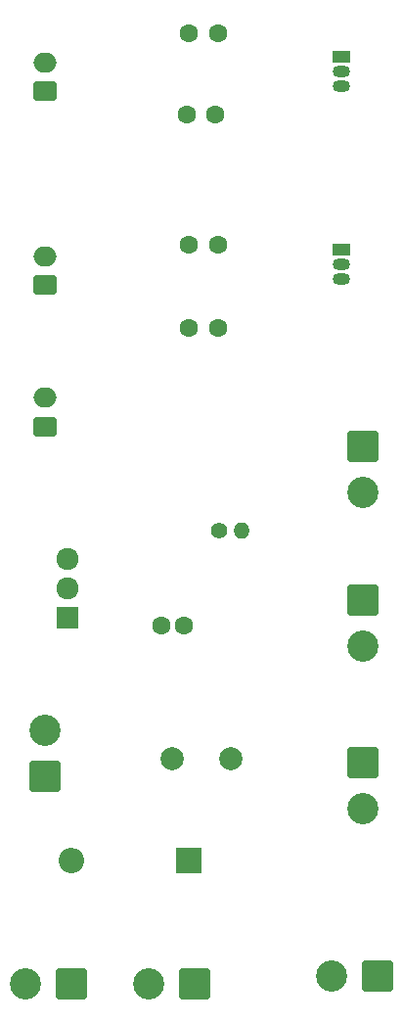
<source format=gbr>
%TF.GenerationSoftware,KiCad,Pcbnew,8.0.8-8.0.8-0~ubuntu24.04.1*%
%TF.CreationDate,2025-01-20T22:43:48-03:00*%
%TF.ProjectId,Power,506f7765-722e-46b6-9963-61645f706362,rev?*%
%TF.SameCoordinates,Original*%
%TF.FileFunction,Soldermask,Top*%
%TF.FilePolarity,Negative*%
%FSLAX46Y46*%
G04 Gerber Fmt 4.6, Leading zero omitted, Abs format (unit mm)*
G04 Created by KiCad (PCBNEW 8.0.8-8.0.8-0~ubuntu24.04.1) date 2025-01-20 22:43:48*
%MOMM*%
%LPD*%
G01*
G04 APERTURE LIST*
G04 Aperture macros list*
%AMRoundRect*
0 Rectangle with rounded corners*
0 $1 Rounding radius*
0 $2 $3 $4 $5 $6 $7 $8 $9 X,Y pos of 4 corners*
0 Add a 4 corners polygon primitive as box body*
4,1,4,$2,$3,$4,$5,$6,$7,$8,$9,$2,$3,0*
0 Add four circle primitives for the rounded corners*
1,1,$1+$1,$2,$3*
1,1,$1+$1,$4,$5*
1,1,$1+$1,$6,$7*
1,1,$1+$1,$8,$9*
0 Add four rect primitives between the rounded corners*
20,1,$1+$1,$2,$3,$4,$5,0*
20,1,$1+$1,$4,$5,$6,$7,0*
20,1,$1+$1,$6,$7,$8,$9,0*
20,1,$1+$1,$8,$9,$2,$3,0*%
G04 Aperture macros list end*
%ADD10RoundRect,0.250000X0.750000X-0.600000X0.750000X0.600000X-0.750000X0.600000X-0.750000X-0.600000X0*%
%ADD11O,2.000000X1.700000*%
%ADD12R,2.200000X2.200000*%
%ADD13O,2.200000X2.200000*%
%ADD14RoundRect,0.250001X-1.099999X1.099999X-1.099999X-1.099999X1.099999X-1.099999X1.099999X1.099999X0*%
%ADD15C,2.700000*%
%ADD16RoundRect,0.250001X1.099999X1.099999X-1.099999X1.099999X-1.099999X-1.099999X1.099999X-1.099999X0*%
%ADD17R,1.920000X1.920000*%
%ADD18C,1.920000*%
%ADD19C,1.600000*%
%ADD20R,1.500000X1.050000*%
%ADD21O,1.500000X1.050000*%
%ADD22RoundRect,0.250001X1.099999X-1.099999X1.099999X1.099999X-1.099999X1.099999X-1.099999X-1.099999X0*%
%ADD23C,2.000000*%
%ADD24C,1.400000*%
%ADD25O,1.400000X1.400000*%
G04 APERTURE END LIST*
D10*
%TO.C,PLC_5*%
X113000000Y-97500000D03*
D11*
X113000000Y-95000000D03*
%TD*%
D12*
%TO.C,1N4007*%
X125500000Y-135000000D03*
D13*
X115340000Y-135000000D03*
%TD*%
D14*
%TO.C,J1*%
X140500000Y-112540000D03*
D15*
X140500000Y-116500000D03*
%TD*%
D16*
%TO.C,Accept1*%
X141757500Y-145050000D03*
D15*
X137797500Y-145050000D03*
%TD*%
D17*
%TO.C,MOSFET1*%
X115000000Y-114000000D03*
D18*
X115000000Y-111460000D03*
X115000000Y-108920000D03*
%TD*%
D14*
%TO.C,INA1*%
X140500000Y-126540000D03*
D15*
X140500000Y-130500000D03*
%TD*%
D19*
%TO.C,CO_3V1*%
X125500000Y-63500000D03*
X128000000Y-63500000D03*
%TD*%
D20*
%TO.C,LM1117*%
X138665000Y-65480000D03*
D21*
X138665000Y-66750000D03*
X138665000Y-68020000D03*
%TD*%
D22*
%TO.C,J6*%
X113000000Y-127702500D03*
D15*
X113000000Y-123742500D03*
%TD*%
D16*
%TO.C,J3*%
X125960000Y-145702500D03*
D15*
X122000000Y-145702500D03*
%TD*%
D19*
%TO.C,CI_3V1*%
X127750000Y-70500000D03*
X125250000Y-70500000D03*
%TD*%
D16*
%TO.C,Motor_E1*%
X115257500Y-145702500D03*
D15*
X111297500Y-145702500D03*
%TD*%
D10*
%TO.C,NTRFC_5*%
X112975000Y-85250000D03*
D11*
X112975000Y-82750000D03*
%TD*%
D23*
%TO.C,F1*%
X124050000Y-126202500D03*
X129130000Y-126202500D03*
%TD*%
D10*
%TO.C,PLC_3*%
X113000000Y-68500000D03*
D11*
X113000000Y-66000000D03*
%TD*%
D24*
%TO.C,R1*%
X128095000Y-106500000D03*
D25*
X129995000Y-106500000D03*
%TD*%
D19*
%TO.C,Ruido1*%
X123050000Y-114702500D03*
X125050000Y-114702500D03*
%TD*%
D20*
%TO.C,LM7805*%
X138640000Y-82230000D03*
D21*
X138640000Y-83500000D03*
X138640000Y-84770000D03*
%TD*%
D14*
%TO.C,J2*%
X140550000Y-99242500D03*
D15*
X140550000Y-103202500D03*
%TD*%
D19*
%TO.C,CO_5V1*%
X127975000Y-81750000D03*
X125475000Y-81750000D03*
%TD*%
%TO.C,CI_5V1*%
X128000000Y-89000000D03*
X125500000Y-89000000D03*
%TD*%
M02*

</source>
